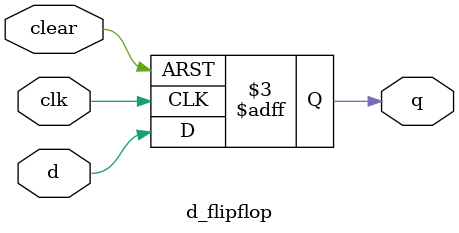
<source format=v>
`timescale 1ps/1ps

module d_flipflop (
    output reg q,
    input d, clk, clear
);
    always @(posedge clk or negedge clear) begin
        if (clear==1'b0)
            begin q<=1'b0; end
        else 
            begin q<=d; end
    end
    
endmodule
</source>
